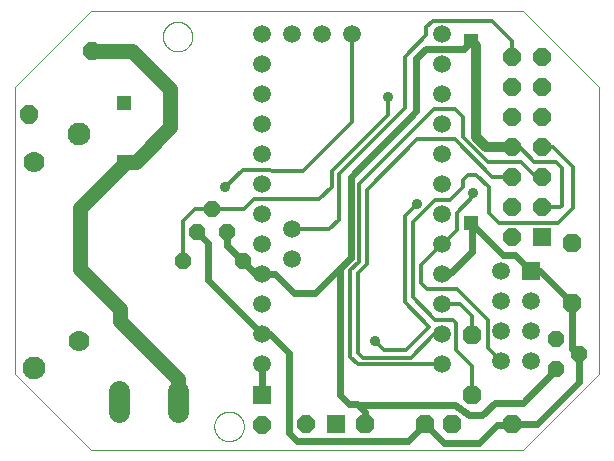
<source format=gtl>
G75*
%MOIN*%
%OFA0B0*%
%FSLAX25Y25*%
%IPPOS*%
%LPD*%
%AMOC8*
5,1,8,0,0,1.08239X$1,22.5*
%
%ADD10C,0.00000*%
%ADD11R,0.05150X0.05150*%
%ADD12C,0.07600*%
%ADD13C,0.07000*%
%ADD14C,0.07050*%
%ADD15C,0.05937*%
%ADD16R,0.05937X0.05937*%
%ADD17OC8,0.06300*%
%ADD18OC8,0.05200*%
%ADD19R,0.06000X0.06000*%
%ADD20OC8,0.06000*%
%ADD21C,0.01187*%
%ADD22C,0.05000*%
%ADD23C,0.02400*%
%ADD24C,0.03200*%
%ADD25C,0.01200*%
%ADD26C,0.03562*%
D10*
X0002942Y0027902D02*
X0028336Y0002508D01*
X0172431Y0002508D01*
X0197824Y0027902D01*
X0197824Y0123374D01*
X0172431Y0148768D01*
X0028336Y0148768D01*
X0002942Y0123374D01*
X0002942Y0027902D01*
X0069478Y0010382D02*
X0069480Y0010522D01*
X0069486Y0010662D01*
X0069496Y0010801D01*
X0069510Y0010940D01*
X0069528Y0011079D01*
X0069549Y0011217D01*
X0069575Y0011355D01*
X0069605Y0011492D01*
X0069638Y0011627D01*
X0069676Y0011762D01*
X0069717Y0011896D01*
X0069762Y0012029D01*
X0069810Y0012160D01*
X0069863Y0012289D01*
X0069919Y0012418D01*
X0069978Y0012544D01*
X0070042Y0012669D01*
X0070108Y0012792D01*
X0070179Y0012913D01*
X0070252Y0013032D01*
X0070329Y0013149D01*
X0070410Y0013263D01*
X0070493Y0013375D01*
X0070580Y0013485D01*
X0070670Y0013593D01*
X0070762Y0013697D01*
X0070858Y0013799D01*
X0070957Y0013899D01*
X0071058Y0013995D01*
X0071162Y0014089D01*
X0071269Y0014179D01*
X0071378Y0014266D01*
X0071490Y0014351D01*
X0071604Y0014432D01*
X0071720Y0014510D01*
X0071838Y0014584D01*
X0071959Y0014655D01*
X0072081Y0014723D01*
X0072206Y0014787D01*
X0072332Y0014848D01*
X0072459Y0014905D01*
X0072589Y0014958D01*
X0072720Y0015008D01*
X0072852Y0015053D01*
X0072985Y0015096D01*
X0073120Y0015134D01*
X0073255Y0015168D01*
X0073392Y0015199D01*
X0073529Y0015226D01*
X0073667Y0015248D01*
X0073806Y0015267D01*
X0073945Y0015282D01*
X0074084Y0015293D01*
X0074224Y0015300D01*
X0074364Y0015303D01*
X0074504Y0015302D01*
X0074644Y0015297D01*
X0074783Y0015288D01*
X0074923Y0015275D01*
X0075062Y0015258D01*
X0075200Y0015237D01*
X0075338Y0015213D01*
X0075475Y0015184D01*
X0075611Y0015152D01*
X0075746Y0015115D01*
X0075880Y0015075D01*
X0076013Y0015031D01*
X0076144Y0014983D01*
X0076274Y0014932D01*
X0076403Y0014877D01*
X0076530Y0014818D01*
X0076655Y0014755D01*
X0076778Y0014690D01*
X0076900Y0014620D01*
X0077019Y0014547D01*
X0077137Y0014471D01*
X0077252Y0014392D01*
X0077365Y0014309D01*
X0077475Y0014223D01*
X0077583Y0014134D01*
X0077688Y0014042D01*
X0077791Y0013947D01*
X0077891Y0013849D01*
X0077988Y0013749D01*
X0078082Y0013645D01*
X0078174Y0013539D01*
X0078262Y0013431D01*
X0078347Y0013320D01*
X0078429Y0013206D01*
X0078508Y0013090D01*
X0078583Y0012973D01*
X0078655Y0012853D01*
X0078723Y0012731D01*
X0078788Y0012607D01*
X0078850Y0012481D01*
X0078908Y0012354D01*
X0078962Y0012225D01*
X0079013Y0012094D01*
X0079059Y0011962D01*
X0079102Y0011829D01*
X0079142Y0011695D01*
X0079177Y0011560D01*
X0079209Y0011423D01*
X0079236Y0011286D01*
X0079260Y0011148D01*
X0079280Y0011010D01*
X0079296Y0010871D01*
X0079308Y0010731D01*
X0079316Y0010592D01*
X0079320Y0010452D01*
X0079320Y0010312D01*
X0079316Y0010172D01*
X0079308Y0010033D01*
X0079296Y0009893D01*
X0079280Y0009754D01*
X0079260Y0009616D01*
X0079236Y0009478D01*
X0079209Y0009341D01*
X0079177Y0009204D01*
X0079142Y0009069D01*
X0079102Y0008935D01*
X0079059Y0008802D01*
X0079013Y0008670D01*
X0078962Y0008539D01*
X0078908Y0008410D01*
X0078850Y0008283D01*
X0078788Y0008157D01*
X0078723Y0008033D01*
X0078655Y0007911D01*
X0078583Y0007791D01*
X0078508Y0007674D01*
X0078429Y0007558D01*
X0078347Y0007444D01*
X0078262Y0007333D01*
X0078174Y0007225D01*
X0078082Y0007119D01*
X0077988Y0007015D01*
X0077891Y0006915D01*
X0077791Y0006817D01*
X0077688Y0006722D01*
X0077583Y0006630D01*
X0077475Y0006541D01*
X0077365Y0006455D01*
X0077252Y0006372D01*
X0077137Y0006293D01*
X0077019Y0006217D01*
X0076900Y0006144D01*
X0076778Y0006074D01*
X0076655Y0006009D01*
X0076530Y0005946D01*
X0076403Y0005887D01*
X0076274Y0005832D01*
X0076144Y0005781D01*
X0076013Y0005733D01*
X0075880Y0005689D01*
X0075746Y0005649D01*
X0075611Y0005612D01*
X0075475Y0005580D01*
X0075338Y0005551D01*
X0075200Y0005527D01*
X0075062Y0005506D01*
X0074923Y0005489D01*
X0074783Y0005476D01*
X0074644Y0005467D01*
X0074504Y0005462D01*
X0074364Y0005461D01*
X0074224Y0005464D01*
X0074084Y0005471D01*
X0073945Y0005482D01*
X0073806Y0005497D01*
X0073667Y0005516D01*
X0073529Y0005538D01*
X0073392Y0005565D01*
X0073255Y0005596D01*
X0073120Y0005630D01*
X0072985Y0005668D01*
X0072852Y0005711D01*
X0072720Y0005756D01*
X0072589Y0005806D01*
X0072459Y0005859D01*
X0072332Y0005916D01*
X0072206Y0005977D01*
X0072081Y0006041D01*
X0071959Y0006109D01*
X0071838Y0006180D01*
X0071720Y0006254D01*
X0071604Y0006332D01*
X0071490Y0006413D01*
X0071378Y0006498D01*
X0071269Y0006585D01*
X0071162Y0006675D01*
X0071058Y0006769D01*
X0070957Y0006865D01*
X0070858Y0006965D01*
X0070762Y0007067D01*
X0070670Y0007171D01*
X0070580Y0007279D01*
X0070493Y0007389D01*
X0070410Y0007501D01*
X0070329Y0007615D01*
X0070252Y0007732D01*
X0070179Y0007851D01*
X0070108Y0007972D01*
X0070042Y0008095D01*
X0069978Y0008220D01*
X0069919Y0008346D01*
X0069863Y0008475D01*
X0069810Y0008604D01*
X0069762Y0008735D01*
X0069717Y0008868D01*
X0069676Y0009002D01*
X0069638Y0009137D01*
X0069605Y0009272D01*
X0069575Y0009409D01*
X0069549Y0009547D01*
X0069528Y0009685D01*
X0069510Y0009824D01*
X0069496Y0009963D01*
X0069486Y0010102D01*
X0069480Y0010242D01*
X0069478Y0010382D01*
X0052352Y0140303D02*
X0052354Y0140443D01*
X0052360Y0140583D01*
X0052370Y0140722D01*
X0052384Y0140861D01*
X0052402Y0141000D01*
X0052423Y0141138D01*
X0052449Y0141276D01*
X0052479Y0141413D01*
X0052512Y0141548D01*
X0052550Y0141683D01*
X0052591Y0141817D01*
X0052636Y0141950D01*
X0052684Y0142081D01*
X0052737Y0142210D01*
X0052793Y0142339D01*
X0052852Y0142465D01*
X0052916Y0142590D01*
X0052982Y0142713D01*
X0053053Y0142834D01*
X0053126Y0142953D01*
X0053203Y0143070D01*
X0053284Y0143184D01*
X0053367Y0143296D01*
X0053454Y0143406D01*
X0053544Y0143514D01*
X0053636Y0143618D01*
X0053732Y0143720D01*
X0053831Y0143820D01*
X0053932Y0143916D01*
X0054036Y0144010D01*
X0054143Y0144100D01*
X0054252Y0144187D01*
X0054364Y0144272D01*
X0054478Y0144353D01*
X0054594Y0144431D01*
X0054712Y0144505D01*
X0054833Y0144576D01*
X0054955Y0144644D01*
X0055080Y0144708D01*
X0055206Y0144769D01*
X0055333Y0144826D01*
X0055463Y0144879D01*
X0055594Y0144929D01*
X0055726Y0144974D01*
X0055859Y0145017D01*
X0055994Y0145055D01*
X0056129Y0145089D01*
X0056266Y0145120D01*
X0056403Y0145147D01*
X0056541Y0145169D01*
X0056680Y0145188D01*
X0056819Y0145203D01*
X0056958Y0145214D01*
X0057098Y0145221D01*
X0057238Y0145224D01*
X0057378Y0145223D01*
X0057518Y0145218D01*
X0057657Y0145209D01*
X0057797Y0145196D01*
X0057936Y0145179D01*
X0058074Y0145158D01*
X0058212Y0145134D01*
X0058349Y0145105D01*
X0058485Y0145073D01*
X0058620Y0145036D01*
X0058754Y0144996D01*
X0058887Y0144952D01*
X0059018Y0144904D01*
X0059148Y0144853D01*
X0059277Y0144798D01*
X0059404Y0144739D01*
X0059529Y0144676D01*
X0059652Y0144611D01*
X0059774Y0144541D01*
X0059893Y0144468D01*
X0060011Y0144392D01*
X0060126Y0144313D01*
X0060239Y0144230D01*
X0060349Y0144144D01*
X0060457Y0144055D01*
X0060562Y0143963D01*
X0060665Y0143868D01*
X0060765Y0143770D01*
X0060862Y0143670D01*
X0060956Y0143566D01*
X0061048Y0143460D01*
X0061136Y0143352D01*
X0061221Y0143241D01*
X0061303Y0143127D01*
X0061382Y0143011D01*
X0061457Y0142894D01*
X0061529Y0142774D01*
X0061597Y0142652D01*
X0061662Y0142528D01*
X0061724Y0142402D01*
X0061782Y0142275D01*
X0061836Y0142146D01*
X0061887Y0142015D01*
X0061933Y0141883D01*
X0061976Y0141750D01*
X0062016Y0141616D01*
X0062051Y0141481D01*
X0062083Y0141344D01*
X0062110Y0141207D01*
X0062134Y0141069D01*
X0062154Y0140931D01*
X0062170Y0140792D01*
X0062182Y0140652D01*
X0062190Y0140513D01*
X0062194Y0140373D01*
X0062194Y0140233D01*
X0062190Y0140093D01*
X0062182Y0139954D01*
X0062170Y0139814D01*
X0062154Y0139675D01*
X0062134Y0139537D01*
X0062110Y0139399D01*
X0062083Y0139262D01*
X0062051Y0139125D01*
X0062016Y0138990D01*
X0061976Y0138856D01*
X0061933Y0138723D01*
X0061887Y0138591D01*
X0061836Y0138460D01*
X0061782Y0138331D01*
X0061724Y0138204D01*
X0061662Y0138078D01*
X0061597Y0137954D01*
X0061529Y0137832D01*
X0061457Y0137712D01*
X0061382Y0137595D01*
X0061303Y0137479D01*
X0061221Y0137365D01*
X0061136Y0137254D01*
X0061048Y0137146D01*
X0060956Y0137040D01*
X0060862Y0136936D01*
X0060765Y0136836D01*
X0060665Y0136738D01*
X0060562Y0136643D01*
X0060457Y0136551D01*
X0060349Y0136462D01*
X0060239Y0136376D01*
X0060126Y0136293D01*
X0060011Y0136214D01*
X0059893Y0136138D01*
X0059774Y0136065D01*
X0059652Y0135995D01*
X0059529Y0135930D01*
X0059404Y0135867D01*
X0059277Y0135808D01*
X0059148Y0135753D01*
X0059018Y0135702D01*
X0058887Y0135654D01*
X0058754Y0135610D01*
X0058620Y0135570D01*
X0058485Y0135533D01*
X0058349Y0135501D01*
X0058212Y0135472D01*
X0058074Y0135448D01*
X0057936Y0135427D01*
X0057797Y0135410D01*
X0057657Y0135397D01*
X0057518Y0135388D01*
X0057378Y0135383D01*
X0057238Y0135382D01*
X0057098Y0135385D01*
X0056958Y0135392D01*
X0056819Y0135403D01*
X0056680Y0135418D01*
X0056541Y0135437D01*
X0056403Y0135459D01*
X0056266Y0135486D01*
X0056129Y0135517D01*
X0055994Y0135551D01*
X0055859Y0135589D01*
X0055726Y0135632D01*
X0055594Y0135677D01*
X0055463Y0135727D01*
X0055333Y0135780D01*
X0055206Y0135837D01*
X0055080Y0135898D01*
X0054955Y0135962D01*
X0054833Y0136030D01*
X0054712Y0136101D01*
X0054594Y0136175D01*
X0054478Y0136253D01*
X0054364Y0136334D01*
X0054252Y0136419D01*
X0054143Y0136506D01*
X0054036Y0136596D01*
X0053932Y0136690D01*
X0053831Y0136786D01*
X0053732Y0136886D01*
X0053636Y0136988D01*
X0053544Y0137092D01*
X0053454Y0137200D01*
X0053367Y0137310D01*
X0053284Y0137422D01*
X0053203Y0137536D01*
X0053126Y0137653D01*
X0053053Y0137772D01*
X0052982Y0137893D01*
X0052916Y0138016D01*
X0052852Y0138141D01*
X0052793Y0138267D01*
X0052737Y0138396D01*
X0052684Y0138525D01*
X0052636Y0138656D01*
X0052591Y0138789D01*
X0052550Y0138923D01*
X0052512Y0139058D01*
X0052479Y0139193D01*
X0052449Y0139330D01*
X0052423Y0139468D01*
X0052402Y0139606D01*
X0052384Y0139745D01*
X0052370Y0139884D01*
X0052360Y0140023D01*
X0052354Y0140163D01*
X0052352Y0140303D01*
D11*
X0039429Y0118256D03*
X0039429Y0098571D03*
X0155177Y0078098D03*
X0155177Y0138728D03*
D12*
X0024237Y0107754D03*
X0009270Y0029692D03*
D13*
X0024237Y0038920D03*
X0009270Y0098527D03*
D14*
X0037846Y0022272D02*
X0037846Y0015222D01*
X0057531Y0015222D02*
X0057531Y0022272D01*
D15*
X0085565Y0031051D03*
X0085565Y0041051D03*
X0085565Y0051051D03*
X0085565Y0061051D03*
X0095565Y0066051D03*
X0085565Y0071051D03*
X0095565Y0076051D03*
X0085565Y0081051D03*
X0085565Y0091051D03*
X0085565Y0101051D03*
X0085565Y0111051D03*
X0085565Y0121051D03*
X0085565Y0131051D03*
X0085565Y0141051D03*
X0095565Y0141051D03*
X0105565Y0141051D03*
X0115565Y0141051D03*
X0145565Y0141051D03*
X0145565Y0131051D03*
X0145565Y0121051D03*
X0145565Y0111051D03*
X0145565Y0101051D03*
X0145565Y0091051D03*
X0145565Y0081051D03*
X0145565Y0071051D03*
X0145565Y0061051D03*
X0145565Y0051051D03*
X0145565Y0041051D03*
X0145565Y0031051D03*
X0165213Y0032068D03*
X0175213Y0032068D03*
X0175213Y0042068D03*
X0165213Y0042068D03*
X0165213Y0052068D03*
X0175213Y0052068D03*
X0165213Y0062068D03*
D16*
X0175213Y0062068D03*
D17*
X0188769Y0071366D03*
X0188769Y0051366D03*
X0155502Y0040854D03*
X0155502Y0020854D03*
X0148748Y0011089D03*
X0139613Y0011161D03*
X0119613Y0011161D03*
X0168748Y0011089D03*
D18*
X0183551Y0029495D03*
X0191051Y0034495D03*
X0183551Y0039495D03*
X0079059Y0065416D03*
X0073691Y0075343D03*
X0068691Y0082843D03*
X0063691Y0075343D03*
X0059059Y0065416D03*
D19*
X0085521Y0020992D03*
X0110108Y0011091D03*
X0178809Y0073492D03*
D20*
X0168809Y0073492D03*
X0168809Y0083492D03*
X0178809Y0083492D03*
X0178809Y0093492D03*
X0168809Y0093492D03*
X0168809Y0103492D03*
X0178809Y0103492D03*
X0178809Y0113492D03*
X0168809Y0113492D03*
X0168809Y0123492D03*
X0178809Y0123492D03*
X0178809Y0133492D03*
X0168809Y0133492D03*
X0100108Y0011091D03*
X0085521Y0010992D03*
D21*
X0009391Y0114768D02*
X0009985Y0115362D01*
X0009985Y0113394D01*
X0008595Y0112004D01*
X0006627Y0112004D01*
X0005237Y0113394D01*
X0005237Y0115362D01*
X0006627Y0116752D01*
X0008595Y0116752D01*
X0009985Y0115362D01*
X0009094Y0114993D01*
X0009094Y0113763D01*
X0008226Y0112895D01*
X0006996Y0112895D01*
X0006128Y0113763D01*
X0006128Y0114993D01*
X0006996Y0115861D01*
X0008226Y0115861D01*
X0009094Y0114993D01*
X0008203Y0114624D01*
X0008203Y0114132D01*
X0007857Y0113786D01*
X0007365Y0113786D01*
X0007019Y0114132D01*
X0007019Y0114624D01*
X0007365Y0114970D01*
X0007857Y0114970D01*
X0008203Y0114624D01*
X0030605Y0135981D02*
X0031199Y0136575D01*
X0031199Y0134607D01*
X0029809Y0133217D01*
X0027841Y0133217D01*
X0026451Y0134607D01*
X0026451Y0136575D01*
X0027841Y0137965D01*
X0029809Y0137965D01*
X0031199Y0136575D01*
X0030308Y0136206D01*
X0030308Y0134976D01*
X0029440Y0134108D01*
X0028210Y0134108D01*
X0027342Y0134976D01*
X0027342Y0136206D01*
X0028210Y0137074D01*
X0029440Y0137074D01*
X0030308Y0136206D01*
X0029417Y0135837D01*
X0029417Y0135345D01*
X0029071Y0134999D01*
X0028579Y0134999D01*
X0028233Y0135345D01*
X0028233Y0135837D01*
X0028579Y0136183D01*
X0029071Y0136183D01*
X0029417Y0135837D01*
D22*
X0028825Y0135591D02*
X0042104Y0135591D01*
X0054813Y0122882D01*
X0054813Y0110087D01*
X0043297Y0098571D01*
X0039429Y0098571D01*
X0039429Y0097853D01*
X0024596Y0083020D01*
X0024596Y0062941D01*
X0038179Y0049358D01*
X0038179Y0045618D01*
X0057531Y0026266D01*
X0057531Y0018747D01*
D23*
X0085521Y0020992D02*
X0085565Y0025476D01*
X0085565Y0031051D01*
X0094281Y0034988D02*
X0088218Y0041051D01*
X0085565Y0041051D01*
X0067364Y0059252D01*
X0067364Y0071669D01*
X0063691Y0075343D01*
X0073691Y0075343D02*
X0073691Y0070391D01*
X0079059Y0065416D01*
X0083030Y0061051D01*
X0085565Y0061051D01*
X0089872Y0061051D01*
X0096053Y0054870D01*
X0103139Y0054870D01*
X0111407Y0063138D01*
X0111407Y0021012D01*
X0114557Y0017862D01*
X0116919Y0017862D01*
X0117411Y0017370D01*
X0117509Y0017469D01*
X0149783Y0017469D01*
X0154517Y0014122D01*
X0158826Y0014122D01*
X0162960Y0018256D01*
X0172312Y0018256D01*
X0183551Y0029495D01*
X0188769Y0036187D02*
X0191051Y0034495D01*
X0191061Y0025075D01*
X0177075Y0011089D01*
X0168748Y0011089D01*
X0163849Y0010989D01*
X0157730Y0004870D01*
X0145903Y0004870D01*
X0139613Y0011161D01*
X0133913Y0005461D01*
X0097037Y0005461D01*
X0094281Y0008217D01*
X0094281Y0034988D01*
X0117411Y0017370D02*
X0119613Y0015169D01*
X0119613Y0011161D01*
X0145565Y0061051D02*
X0147706Y0061051D01*
X0155305Y0068650D01*
X0155305Y0077971D01*
X0155177Y0078098D01*
X0165610Y0067665D01*
X0169675Y0067665D01*
X0175213Y0062128D01*
X0175213Y0062068D01*
X0178068Y0062068D01*
X0188769Y0051366D01*
X0188769Y0036187D01*
X0114950Y0066681D02*
X0114950Y0093650D01*
X0136801Y0115500D01*
X0136801Y0133020D01*
X0139950Y0136169D01*
X0152618Y0136169D01*
X0155177Y0138728D01*
X0114950Y0066681D02*
X0111407Y0063138D01*
D24*
X0156879Y0106839D02*
X0160226Y0103492D01*
X0168809Y0103492D01*
X0156879Y0106839D02*
X0156879Y0137026D01*
X0155177Y0138728D01*
D25*
X0162194Y0145618D02*
X0168887Y0138925D01*
X0168887Y0133571D01*
X0168809Y0133492D01*
X0162194Y0145618D02*
X0142313Y0145618D01*
X0140147Y0143453D01*
X0140147Y0140697D01*
X0133061Y0133610D01*
X0133061Y0116484D01*
X0111013Y0094437D01*
X0111013Y0079280D01*
X0107864Y0076130D01*
X0095643Y0076130D01*
X0095565Y0076051D01*
X0104517Y0086169D02*
X0082864Y0086169D01*
X0079537Y0082843D01*
X0068691Y0082843D01*
X0068671Y0082823D01*
X0063179Y0082823D01*
X0059059Y0078703D01*
X0059059Y0065416D01*
X0073218Y0090106D02*
X0079124Y0096012D01*
X0088179Y0096012D01*
X0088769Y0095421D01*
X0099202Y0095421D01*
X0115565Y0111783D01*
X0115565Y0141051D01*
X0127352Y0120146D02*
X0127352Y0114122D01*
X0108651Y0095421D01*
X0108651Y0090303D01*
X0104517Y0086169D01*
X0117706Y0091091D02*
X0142706Y0116091D01*
X0149793Y0116091D01*
X0152352Y0113531D01*
X0152352Y0106839D01*
X0160620Y0098571D01*
X0171643Y0098571D01*
X0176722Y0093492D01*
X0178809Y0093492D01*
X0176171Y0098571D02*
X0171250Y0103492D01*
X0168809Y0103492D01*
X0168887Y0103492D01*
X0176171Y0098571D02*
X0183454Y0098571D01*
X0185423Y0096602D01*
X0185423Y0084004D01*
X0184832Y0083413D01*
X0178887Y0083413D01*
X0178809Y0083492D01*
X0184045Y0078295D02*
X0164360Y0078295D01*
X0161013Y0081642D01*
X0161013Y0090106D01*
X0156879Y0094240D01*
X0153927Y0094240D01*
X0152352Y0092665D01*
X0152352Y0090106D01*
X0148218Y0085972D01*
X0143100Y0085972D01*
X0135620Y0078492D01*
X0135620Y0053492D01*
X0143100Y0046012D01*
X0149005Y0046012D01*
X0150187Y0044831D01*
X0150187Y0035972D01*
X0155502Y0030657D01*
X0155502Y0020854D01*
X0145565Y0031051D02*
X0117313Y0031051D01*
X0114753Y0033610D01*
X0114753Y0062350D01*
X0117706Y0065303D01*
X0117706Y0091091D01*
X0120265Y0089319D02*
X0120265Y0064516D01*
X0117313Y0061563D01*
X0117313Y0034988D01*
X0119084Y0033217D01*
X0135029Y0033217D01*
X0142864Y0041051D01*
X0145565Y0041051D01*
X0141131Y0043650D02*
X0133454Y0035972D01*
X0126171Y0035972D01*
X0123218Y0038925D01*
X0133061Y0051720D02*
X0141131Y0043650D01*
X0145565Y0051051D02*
X0145643Y0051130D01*
X0151565Y0051130D01*
X0155502Y0047193D01*
X0155502Y0040854D01*
X0160620Y0036563D02*
X0165115Y0032068D01*
X0165213Y0032068D01*
X0160620Y0036563D02*
X0160620Y0046012D01*
X0150383Y0056248D01*
X0140344Y0056248D01*
X0138376Y0058217D01*
X0138376Y0064122D01*
X0145305Y0071051D01*
X0145565Y0071051D01*
X0145698Y0071051D01*
X0150383Y0075736D01*
X0150383Y0081642D01*
X0155895Y0087154D01*
X0155895Y0088138D01*
X0162155Y0093492D02*
X0149596Y0106051D01*
X0136998Y0106051D01*
X0120265Y0089319D01*
X0133061Y0080657D02*
X0133061Y0051720D01*
X0133061Y0080657D02*
X0136998Y0084594D01*
X0162155Y0093492D02*
X0168809Y0093492D01*
X0178809Y0103492D02*
X0182470Y0103492D01*
X0188966Y0096996D01*
X0188966Y0083217D01*
X0184045Y0078295D01*
D26*
X0155895Y0088138D03*
X0136998Y0084594D03*
X0127352Y0120146D03*
X0073218Y0090106D03*
X0123218Y0038925D03*
M02*

</source>
